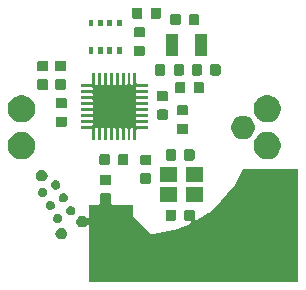
<source format=gbr>
G04 #@! TF.GenerationSoftware,KiCad,Pcbnew,5.1.0-unknown-567bdd9~82~ubuntu18.10.1*
G04 #@! TF.CreationDate,2019-04-01T09:59:20+02:00*
G04 #@! TF.ProjectId,weather,77656174-6865-4722-9e6b-696361645f70,1.2*
G04 #@! TF.SameCoordinates,Original*
G04 #@! TF.FileFunction,Soldermask,Top*
G04 #@! TF.FilePolarity,Negative*
%FSLAX46Y46*%
G04 Gerber Fmt 4.6, Leading zero omitted, Abs format (unit mm)*
G04 Created by KiCad (PCBNEW 5.1.0-unknown-567bdd9~82~ubuntu18.10.1) date 2019-04-01 09:59:20*
%MOMM*%
%LPD*%
G04 APERTURE LIST*
%ADD10C,0.100000*%
G04 APERTURE END LIST*
D10*
G36*
X125200000Y-89400000D02*
G01*
X107500000Y-89400000D01*
X107500000Y-84643820D01*
X107497598Y-84619434D01*
X107490485Y-84595985D01*
X107478934Y-84574374D01*
X107463389Y-84555432D01*
X107444447Y-84539887D01*
X107422836Y-84528336D01*
X107399387Y-84521223D01*
X107375001Y-84518821D01*
X107350615Y-84521223D01*
X107327166Y-84528336D01*
X107305555Y-84539887D01*
X107286613Y-84555432D01*
X107284613Y-84557432D01*
X107284607Y-84557441D01*
X107215618Y-84626430D01*
X107134495Y-84680635D01*
X107134494Y-84680636D01*
X107134493Y-84680636D01*
X107044356Y-84717971D01*
X106948665Y-84737005D01*
X106851099Y-84737005D01*
X106755408Y-84717971D01*
X106665271Y-84680636D01*
X106665270Y-84680636D01*
X106665269Y-84680635D01*
X106584146Y-84626430D01*
X106515157Y-84557441D01*
X106460952Y-84476318D01*
X106423616Y-84386179D01*
X106404582Y-84290488D01*
X106404582Y-84192922D01*
X106423616Y-84097231D01*
X106460952Y-84007092D01*
X106515157Y-83925969D01*
X106584146Y-83856980D01*
X106665269Y-83802775D01*
X106718166Y-83780865D01*
X106755408Y-83765439D01*
X106851099Y-83746405D01*
X106948665Y-83746405D01*
X107044356Y-83765439D01*
X107081599Y-83780865D01*
X107134495Y-83802775D01*
X107215618Y-83856980D01*
X107284607Y-83925969D01*
X107284613Y-83925978D01*
X107286613Y-83927978D01*
X107305555Y-83943523D01*
X107327166Y-83955074D01*
X107350615Y-83962187D01*
X107375001Y-83964589D01*
X107399387Y-83962187D01*
X107422836Y-83955074D01*
X107444447Y-83943523D01*
X107463389Y-83927978D01*
X107478934Y-83909036D01*
X107490485Y-83887425D01*
X107497598Y-83863976D01*
X107500000Y-83839590D01*
X107500000Y-82800000D01*
X108300992Y-82800000D01*
X108325378Y-82797598D01*
X108348827Y-82790485D01*
X108370438Y-82778934D01*
X108389380Y-82763389D01*
X108404925Y-82744447D01*
X108416476Y-82722836D01*
X108423589Y-82699387D01*
X108425991Y-82675001D01*
X108423589Y-82650615D01*
X108420608Y-82638715D01*
X108408595Y-82599116D01*
X108405000Y-82562610D01*
X108405000Y-82012390D01*
X108408595Y-81975884D01*
X108417452Y-81946689D01*
X108431837Y-81919777D01*
X108451192Y-81896192D01*
X108474777Y-81876837D01*
X108501689Y-81862452D01*
X108530884Y-81853595D01*
X108567390Y-81850000D01*
X109192610Y-81850000D01*
X109229116Y-81853595D01*
X109258311Y-81862452D01*
X109285223Y-81876837D01*
X109308808Y-81896192D01*
X109328163Y-81919777D01*
X109342548Y-81946689D01*
X109351405Y-81975884D01*
X109355000Y-82012390D01*
X109355000Y-82562610D01*
X109351405Y-82599116D01*
X109339392Y-82638715D01*
X109334611Y-82662748D01*
X109334611Y-82687252D01*
X109339391Y-82711285D01*
X109348768Y-82733924D01*
X109362382Y-82754299D01*
X109379709Y-82771626D01*
X109400083Y-82785240D01*
X109422722Y-82794617D01*
X109446755Y-82799398D01*
X109459008Y-82800000D01*
X111200000Y-82800000D01*
X111200000Y-83648223D01*
X111202402Y-83672609D01*
X111209515Y-83696058D01*
X111221066Y-83717669D01*
X111236611Y-83736611D01*
X112753287Y-85253287D01*
X112772229Y-85268832D01*
X112793840Y-85280383D01*
X112817289Y-85287496D01*
X112841675Y-85289898D01*
X112864911Y-85287719D01*
X114285173Y-85019021D01*
X114640240Y-84951847D01*
X114659342Y-84946637D01*
X114672298Y-84941973D01*
X115171097Y-84762405D01*
X115889021Y-84503952D01*
X115910058Y-84494083D01*
X116056841Y-84407740D01*
X116076642Y-84393305D01*
X116093247Y-84375285D01*
X116106018Y-84354372D01*
X116114463Y-84331369D01*
X116118258Y-84307161D01*
X116117257Y-84282677D01*
X116111499Y-84258859D01*
X116101205Y-84236622D01*
X116086770Y-84216821D01*
X116068750Y-84200216D01*
X116047837Y-84187445D01*
X116024834Y-84179000D01*
X115993464Y-84175000D01*
X115712390Y-84175000D01*
X115675884Y-84171405D01*
X115646689Y-84162548D01*
X115619777Y-84148163D01*
X115596192Y-84128808D01*
X115576837Y-84105223D01*
X115562452Y-84078311D01*
X115553595Y-84049116D01*
X115550000Y-84012610D01*
X115550000Y-83387390D01*
X115553595Y-83350884D01*
X115562452Y-83321689D01*
X115576837Y-83294777D01*
X115596192Y-83271192D01*
X115619777Y-83251837D01*
X115646689Y-83237452D01*
X115675884Y-83228595D01*
X115712390Y-83225000D01*
X116262610Y-83225000D01*
X116299116Y-83228595D01*
X116328311Y-83237452D01*
X116355223Y-83251837D01*
X116378808Y-83271192D01*
X116398163Y-83294777D01*
X116412548Y-83321689D01*
X116421405Y-83350884D01*
X116425000Y-83387390D01*
X116425000Y-83972626D01*
X116427402Y-83997012D01*
X116434515Y-84020461D01*
X116446066Y-84042072D01*
X116461611Y-84061014D01*
X116480553Y-84076559D01*
X116502164Y-84088110D01*
X116525613Y-84095223D01*
X116549999Y-84097625D01*
X116574385Y-84095223D01*
X116597834Y-84088110D01*
X116613376Y-84080367D01*
X117588859Y-83506553D01*
X117609565Y-83491304D01*
X118693943Y-82505506D01*
X118705283Y-82493756D01*
X119673077Y-81350000D01*
X119790322Y-81211438D01*
X119806701Y-81186598D01*
X120500000Y-79800000D01*
X125200000Y-79800000D01*
X125200000Y-89400000D01*
X125200000Y-89400000D01*
G37*
G36*
X105284592Y-84781439D02*
G01*
X105374731Y-84818775D01*
X105455854Y-84872980D01*
X105524843Y-84941969D01*
X105579048Y-85023092D01*
X105616384Y-85113231D01*
X105635418Y-85208922D01*
X105635418Y-85306488D01*
X105616384Y-85402179D01*
X105579048Y-85492318D01*
X105524843Y-85573441D01*
X105455854Y-85642430D01*
X105374731Y-85696635D01*
X105374730Y-85696636D01*
X105374729Y-85696636D01*
X105284592Y-85733971D01*
X105188901Y-85753005D01*
X105091335Y-85753005D01*
X104995644Y-85733971D01*
X104905507Y-85696636D01*
X104905506Y-85696636D01*
X104905505Y-85696635D01*
X104824382Y-85642430D01*
X104755393Y-85573441D01*
X104701188Y-85492318D01*
X104663852Y-85402179D01*
X104644818Y-85306488D01*
X104644818Y-85208922D01*
X104663852Y-85113231D01*
X104701188Y-85023092D01*
X104755393Y-84941969D01*
X104824382Y-84872980D01*
X104905505Y-84818775D01*
X104995644Y-84781439D01*
X105091335Y-84762405D01*
X105188901Y-84762405D01*
X105284592Y-84781439D01*
X105284592Y-84781439D01*
G37*
G36*
X104949909Y-83588781D02*
G01*
X104949911Y-83588782D01*
X104949912Y-83588782D01*
X105021561Y-83618460D01*
X105086043Y-83661545D01*
X105140881Y-83716383D01*
X105173659Y-83765439D01*
X105183966Y-83780865D01*
X105213645Y-83852517D01*
X105228774Y-83928575D01*
X105228774Y-84006129D01*
X105217857Y-84061014D01*
X105213644Y-84082190D01*
X105183966Y-84153839D01*
X105140881Y-84218321D01*
X105086043Y-84273159D01*
X105021561Y-84316244D01*
X104949912Y-84345922D01*
X104949911Y-84345922D01*
X104949909Y-84345923D01*
X104873851Y-84361052D01*
X104796297Y-84361052D01*
X104720239Y-84345923D01*
X104720237Y-84345922D01*
X104720236Y-84345922D01*
X104648587Y-84316244D01*
X104584105Y-84273159D01*
X104529267Y-84218321D01*
X104486182Y-84153839D01*
X104456504Y-84082190D01*
X104452292Y-84061014D01*
X104441374Y-84006129D01*
X104441374Y-83928575D01*
X104456503Y-83852517D01*
X104486182Y-83780865D01*
X104496489Y-83765439D01*
X104529267Y-83716383D01*
X104584105Y-83661545D01*
X104648587Y-83618460D01*
X104720236Y-83588782D01*
X104720237Y-83588782D01*
X104720239Y-83588781D01*
X104796297Y-83573652D01*
X104873851Y-83573652D01*
X104949909Y-83588781D01*
X104949909Y-83588781D01*
G37*
G36*
X114724116Y-83228595D02*
G01*
X114753311Y-83237452D01*
X114780223Y-83251837D01*
X114803808Y-83271192D01*
X114823163Y-83294777D01*
X114837548Y-83321689D01*
X114846405Y-83350884D01*
X114850000Y-83387390D01*
X114850000Y-84012610D01*
X114846405Y-84049116D01*
X114837548Y-84078311D01*
X114823163Y-84105223D01*
X114803808Y-84128808D01*
X114780223Y-84148163D01*
X114753311Y-84162548D01*
X114724116Y-84171405D01*
X114687610Y-84175000D01*
X114137390Y-84175000D01*
X114100884Y-84171405D01*
X114071689Y-84162548D01*
X114044777Y-84148163D01*
X114021192Y-84128808D01*
X114001837Y-84105223D01*
X113987452Y-84078311D01*
X113978595Y-84049116D01*
X113975000Y-84012610D01*
X113975000Y-83387390D01*
X113978595Y-83350884D01*
X113987452Y-83321689D01*
X114001837Y-83294777D01*
X114021192Y-83271192D01*
X114044777Y-83251837D01*
X114071689Y-83237452D01*
X114100884Y-83228595D01*
X114137390Y-83225000D01*
X114687610Y-83225000D01*
X114724116Y-83228595D01*
X114724116Y-83228595D01*
G37*
G36*
X106049761Y-82953781D02*
G01*
X106049763Y-82953782D01*
X106049764Y-82953782D01*
X106121413Y-82983460D01*
X106185895Y-83026545D01*
X106240733Y-83081383D01*
X106265512Y-83118468D01*
X106283818Y-83145865D01*
X106313497Y-83217517D01*
X106328626Y-83293575D01*
X106328626Y-83371129D01*
X106314181Y-83443750D01*
X106313496Y-83447190D01*
X106283818Y-83518839D01*
X106240733Y-83583321D01*
X106185895Y-83638159D01*
X106121413Y-83681244D01*
X106049764Y-83710922D01*
X106049763Y-83710922D01*
X106049761Y-83710923D01*
X105973703Y-83726052D01*
X105896149Y-83726052D01*
X105820091Y-83710923D01*
X105820089Y-83710922D01*
X105820088Y-83710922D01*
X105748439Y-83681244D01*
X105683957Y-83638159D01*
X105629119Y-83583321D01*
X105586034Y-83518839D01*
X105556356Y-83447190D01*
X105555672Y-83443750D01*
X105541226Y-83371129D01*
X105541226Y-83293575D01*
X105556355Y-83217517D01*
X105586034Y-83145865D01*
X105604340Y-83118468D01*
X105629119Y-83081383D01*
X105683957Y-83026545D01*
X105748439Y-82983460D01*
X105820088Y-82953782D01*
X105820089Y-82953782D01*
X105820091Y-82953781D01*
X105896149Y-82938652D01*
X105973703Y-82938652D01*
X106049761Y-82953781D01*
X106049761Y-82953781D01*
G37*
G36*
X104314909Y-82488929D02*
G01*
X104314911Y-82488930D01*
X104314912Y-82488930D01*
X104386561Y-82518608D01*
X104451043Y-82561693D01*
X104505881Y-82616531D01*
X104528655Y-82650615D01*
X104548966Y-82681013D01*
X104578645Y-82752665D01*
X104593774Y-82828723D01*
X104593774Y-82906277D01*
X104584325Y-82953782D01*
X104578644Y-82982338D01*
X104548966Y-83053987D01*
X104505881Y-83118469D01*
X104451043Y-83173307D01*
X104386561Y-83216392D01*
X104314912Y-83246070D01*
X104314911Y-83246070D01*
X104314909Y-83246071D01*
X104238851Y-83261200D01*
X104161297Y-83261200D01*
X104085239Y-83246071D01*
X104085237Y-83246070D01*
X104085236Y-83246070D01*
X104013587Y-83216392D01*
X103949105Y-83173307D01*
X103894267Y-83118469D01*
X103851182Y-83053987D01*
X103821504Y-82982338D01*
X103815824Y-82953782D01*
X103806374Y-82906277D01*
X103806374Y-82828723D01*
X103821503Y-82752665D01*
X103851182Y-82681013D01*
X103871493Y-82650615D01*
X103894267Y-82616531D01*
X103949105Y-82561693D01*
X104013587Y-82518608D01*
X104085236Y-82488930D01*
X104085237Y-82488930D01*
X104085239Y-82488929D01*
X104161297Y-82473800D01*
X104238851Y-82473800D01*
X104314909Y-82488929D01*
X104314909Y-82488929D01*
G37*
G36*
X105414761Y-81853929D02*
G01*
X105414763Y-81853930D01*
X105414764Y-81853930D01*
X105486413Y-81883608D01*
X105550895Y-81926693D01*
X105605733Y-81981531D01*
X105608076Y-81985038D01*
X105648818Y-82046013D01*
X105678497Y-82117665D01*
X105687186Y-82161348D01*
X105693626Y-82193724D01*
X105693626Y-82271276D01*
X105678496Y-82347338D01*
X105648818Y-82418987D01*
X105605733Y-82483469D01*
X105550895Y-82538307D01*
X105486413Y-82581392D01*
X105414764Y-82611070D01*
X105414763Y-82611070D01*
X105414761Y-82611071D01*
X105338703Y-82626200D01*
X105261149Y-82626200D01*
X105185091Y-82611071D01*
X105185089Y-82611070D01*
X105185088Y-82611070D01*
X105113439Y-82581392D01*
X105048957Y-82538307D01*
X104994119Y-82483469D01*
X104951034Y-82418987D01*
X104921356Y-82347338D01*
X104906226Y-82271276D01*
X104906226Y-82193724D01*
X104912666Y-82161348D01*
X104921355Y-82117665D01*
X104951034Y-82046013D01*
X104991776Y-81985038D01*
X104994119Y-81981531D01*
X105048957Y-81926693D01*
X105113439Y-81883608D01*
X105185088Y-81853930D01*
X105185089Y-81853930D01*
X105185091Y-81853929D01*
X105261149Y-81838800D01*
X105338703Y-81838800D01*
X105414761Y-81853929D01*
X105414761Y-81853929D01*
G37*
G36*
X117100000Y-82550000D02*
G01*
X115700000Y-82550000D01*
X115700000Y-81350000D01*
X117100000Y-81350000D01*
X117100000Y-82550000D01*
X117100000Y-82550000D01*
G37*
G36*
X114900000Y-82550000D02*
G01*
X113500000Y-82550000D01*
X113500000Y-81350000D01*
X114900000Y-81350000D01*
X114900000Y-82550000D01*
X114900000Y-82550000D01*
G37*
G36*
X103679909Y-81389077D02*
G01*
X103679911Y-81389078D01*
X103679912Y-81389078D01*
X103751561Y-81418756D01*
X103816043Y-81461841D01*
X103870881Y-81516679D01*
X103913966Y-81581161D01*
X103943645Y-81652813D01*
X103958774Y-81728871D01*
X103958774Y-81806425D01*
X103949325Y-81853930D01*
X103943644Y-81882486D01*
X103913966Y-81954135D01*
X103870881Y-82018617D01*
X103816043Y-82073455D01*
X103751561Y-82116540D01*
X103679912Y-82146218D01*
X103679911Y-82146218D01*
X103679909Y-82146219D01*
X103603851Y-82161348D01*
X103526297Y-82161348D01*
X103450239Y-82146219D01*
X103450237Y-82146218D01*
X103450236Y-82146218D01*
X103378587Y-82116540D01*
X103314105Y-82073455D01*
X103259267Y-82018617D01*
X103216182Y-81954135D01*
X103186504Y-81882486D01*
X103180824Y-81853930D01*
X103171374Y-81806425D01*
X103171374Y-81728871D01*
X103186503Y-81652813D01*
X103216182Y-81581161D01*
X103259267Y-81516679D01*
X103314105Y-81461841D01*
X103378587Y-81418756D01*
X103450236Y-81389078D01*
X103450237Y-81389078D01*
X103450239Y-81389077D01*
X103526297Y-81373948D01*
X103603851Y-81373948D01*
X103679909Y-81389077D01*
X103679909Y-81389077D01*
G37*
G36*
X104779761Y-80754077D02*
G01*
X104779763Y-80754078D01*
X104779764Y-80754078D01*
X104851413Y-80783756D01*
X104915895Y-80826841D01*
X104970733Y-80881679D01*
X105013818Y-80946161D01*
X105019936Y-80960930D01*
X105043497Y-81017813D01*
X105058626Y-81093871D01*
X105058626Y-81171425D01*
X105050667Y-81211439D01*
X105043496Y-81247486D01*
X105013818Y-81319135D01*
X104970733Y-81383617D01*
X104915895Y-81438455D01*
X104851413Y-81481540D01*
X104779764Y-81511218D01*
X104779763Y-81511218D01*
X104779761Y-81511219D01*
X104703703Y-81526348D01*
X104626149Y-81526348D01*
X104550091Y-81511219D01*
X104550089Y-81511218D01*
X104550088Y-81511218D01*
X104478439Y-81481540D01*
X104413957Y-81438455D01*
X104359119Y-81383617D01*
X104316034Y-81319135D01*
X104286356Y-81247486D01*
X104279186Y-81211439D01*
X104271226Y-81171425D01*
X104271226Y-81093871D01*
X104286355Y-81017813D01*
X104309917Y-80960930D01*
X104316034Y-80946161D01*
X104359119Y-80881679D01*
X104413957Y-80826841D01*
X104478439Y-80783756D01*
X104550088Y-80754078D01*
X104550089Y-80754078D01*
X104550091Y-80754077D01*
X104626149Y-80738948D01*
X104703703Y-80738948D01*
X104779761Y-80754077D01*
X104779761Y-80754077D01*
G37*
G36*
X109229116Y-80278595D02*
G01*
X109258311Y-80287452D01*
X109285223Y-80301837D01*
X109308808Y-80321192D01*
X109328163Y-80344777D01*
X109342548Y-80371689D01*
X109351405Y-80400884D01*
X109355000Y-80437390D01*
X109355000Y-80987610D01*
X109351405Y-81024116D01*
X109342548Y-81053311D01*
X109328163Y-81080223D01*
X109308808Y-81103808D01*
X109285223Y-81123163D01*
X109258311Y-81137548D01*
X109229116Y-81146405D01*
X109192610Y-81150000D01*
X108567390Y-81150000D01*
X108530884Y-81146405D01*
X108501689Y-81137548D01*
X108474777Y-81123163D01*
X108451192Y-81103808D01*
X108431837Y-81080223D01*
X108417452Y-81053311D01*
X108408595Y-81024116D01*
X108405000Y-80987610D01*
X108405000Y-80437390D01*
X108408595Y-80400884D01*
X108417452Y-80371689D01*
X108431837Y-80344777D01*
X108451192Y-80321192D01*
X108474777Y-80301837D01*
X108501689Y-80287452D01*
X108530884Y-80278595D01*
X108567390Y-80275000D01*
X109192610Y-80275000D01*
X109229116Y-80278595D01*
X109229116Y-80278595D01*
G37*
G36*
X112649116Y-80153595D02*
G01*
X112678311Y-80162452D01*
X112705223Y-80176837D01*
X112728808Y-80196192D01*
X112748163Y-80219777D01*
X112762548Y-80246689D01*
X112771405Y-80275884D01*
X112775000Y-80312390D01*
X112775000Y-80862610D01*
X112771405Y-80899116D01*
X112762548Y-80928311D01*
X112748163Y-80955223D01*
X112728808Y-80978808D01*
X112705223Y-80998163D01*
X112678311Y-81012548D01*
X112649116Y-81021405D01*
X112612610Y-81025000D01*
X111987390Y-81025000D01*
X111950884Y-81021405D01*
X111921689Y-81012548D01*
X111894777Y-80998163D01*
X111871192Y-80978808D01*
X111851837Y-80955223D01*
X111837452Y-80928311D01*
X111828595Y-80899116D01*
X111825000Y-80862610D01*
X111825000Y-80312390D01*
X111828595Y-80275884D01*
X111837452Y-80246689D01*
X111851837Y-80219777D01*
X111871192Y-80196192D01*
X111894777Y-80176837D01*
X111921689Y-80162452D01*
X111950884Y-80153595D01*
X111987390Y-80150000D01*
X112612610Y-80150000D01*
X112649116Y-80153595D01*
X112649116Y-80153595D01*
G37*
G36*
X114900000Y-80850000D02*
G01*
X113500000Y-80850000D01*
X113500000Y-79650000D01*
X114900000Y-79650000D01*
X114900000Y-80850000D01*
X114900000Y-80850000D01*
G37*
G36*
X117100000Y-80850000D02*
G01*
X115700000Y-80850000D01*
X115700000Y-79650000D01*
X117100000Y-79650000D01*
X117100000Y-80850000D01*
X117100000Y-80850000D01*
G37*
G36*
X103624474Y-79874029D02*
G01*
X103714613Y-79911365D01*
X103795736Y-79965570D01*
X103864725Y-80034559D01*
X103918930Y-80115682D01*
X103956266Y-80205821D01*
X103975300Y-80301512D01*
X103975300Y-80399078D01*
X103956266Y-80494769D01*
X103918930Y-80584908D01*
X103864725Y-80666031D01*
X103795736Y-80735020D01*
X103714613Y-80789225D01*
X103624474Y-80826561D01*
X103528783Y-80845595D01*
X103431217Y-80845595D01*
X103335526Y-80826561D01*
X103245387Y-80789225D01*
X103164264Y-80735020D01*
X103095275Y-80666031D01*
X103041070Y-80584908D01*
X103003734Y-80494769D01*
X102984700Y-80399078D01*
X102984700Y-80301512D01*
X103003734Y-80205821D01*
X103041070Y-80115682D01*
X103095275Y-80034559D01*
X103164264Y-79965570D01*
X103245387Y-79911365D01*
X103335526Y-79874029D01*
X103431217Y-79854995D01*
X103528783Y-79854995D01*
X103624474Y-79874029D01*
X103624474Y-79874029D01*
G37*
G36*
X109124116Y-78528595D02*
G01*
X109153311Y-78537452D01*
X109180223Y-78551837D01*
X109203808Y-78571192D01*
X109223163Y-78594777D01*
X109237548Y-78621689D01*
X109246405Y-78650884D01*
X109250000Y-78687390D01*
X109250000Y-79312610D01*
X109246405Y-79349116D01*
X109237548Y-79378311D01*
X109223163Y-79405223D01*
X109203808Y-79428808D01*
X109180223Y-79448163D01*
X109153311Y-79462548D01*
X109124116Y-79471405D01*
X109087610Y-79475000D01*
X108537390Y-79475000D01*
X108500884Y-79471405D01*
X108471689Y-79462548D01*
X108444777Y-79448163D01*
X108421192Y-79428808D01*
X108401837Y-79405223D01*
X108387452Y-79378311D01*
X108378595Y-79349116D01*
X108375000Y-79312610D01*
X108375000Y-78687390D01*
X108378595Y-78650884D01*
X108387452Y-78621689D01*
X108401837Y-78594777D01*
X108421192Y-78571192D01*
X108444777Y-78551837D01*
X108471689Y-78537452D01*
X108500884Y-78528595D01*
X108537390Y-78525000D01*
X109087610Y-78525000D01*
X109124116Y-78528595D01*
X109124116Y-78528595D01*
G37*
G36*
X110699116Y-78528595D02*
G01*
X110728311Y-78537452D01*
X110755223Y-78551837D01*
X110778808Y-78571192D01*
X110798163Y-78594777D01*
X110812548Y-78621689D01*
X110821405Y-78650884D01*
X110825000Y-78687390D01*
X110825000Y-79312610D01*
X110821405Y-79349116D01*
X110812548Y-79378311D01*
X110798163Y-79405223D01*
X110778808Y-79428808D01*
X110755223Y-79448163D01*
X110728311Y-79462548D01*
X110699116Y-79471405D01*
X110662610Y-79475000D01*
X110112390Y-79475000D01*
X110075884Y-79471405D01*
X110046689Y-79462548D01*
X110019777Y-79448163D01*
X109996192Y-79428808D01*
X109976837Y-79405223D01*
X109962452Y-79378311D01*
X109953595Y-79349116D01*
X109950000Y-79312610D01*
X109950000Y-78687390D01*
X109953595Y-78650884D01*
X109962452Y-78621689D01*
X109976837Y-78594777D01*
X109996192Y-78571192D01*
X110019777Y-78551837D01*
X110046689Y-78537452D01*
X110075884Y-78528595D01*
X110112390Y-78525000D01*
X110662610Y-78525000D01*
X110699116Y-78528595D01*
X110699116Y-78528595D01*
G37*
G36*
X112649116Y-78578595D02*
G01*
X112678311Y-78587452D01*
X112705223Y-78601837D01*
X112728808Y-78621192D01*
X112748163Y-78644777D01*
X112762548Y-78671689D01*
X112771405Y-78700884D01*
X112775000Y-78737390D01*
X112775000Y-79287610D01*
X112771405Y-79324116D01*
X112762548Y-79353311D01*
X112748163Y-79380223D01*
X112728808Y-79403808D01*
X112705223Y-79423163D01*
X112678311Y-79437548D01*
X112649116Y-79446405D01*
X112612610Y-79450000D01*
X111987390Y-79450000D01*
X111950884Y-79446405D01*
X111921689Y-79437548D01*
X111894777Y-79423163D01*
X111871192Y-79403808D01*
X111851837Y-79380223D01*
X111837452Y-79353311D01*
X111828595Y-79324116D01*
X111825000Y-79287610D01*
X111825000Y-78737390D01*
X111828595Y-78700884D01*
X111837452Y-78671689D01*
X111851837Y-78644777D01*
X111871192Y-78621192D01*
X111894777Y-78601837D01*
X111921689Y-78587452D01*
X111950884Y-78578595D01*
X111987390Y-78575000D01*
X112612610Y-78575000D01*
X112649116Y-78578595D01*
X112649116Y-78578595D01*
G37*
G36*
X114724116Y-78128595D02*
G01*
X114753311Y-78137452D01*
X114780223Y-78151837D01*
X114803808Y-78171192D01*
X114823163Y-78194777D01*
X114837548Y-78221689D01*
X114846405Y-78250884D01*
X114850000Y-78287390D01*
X114850000Y-78912610D01*
X114846405Y-78949116D01*
X114837548Y-78978311D01*
X114823163Y-79005223D01*
X114803808Y-79028808D01*
X114780223Y-79048163D01*
X114753311Y-79062548D01*
X114724116Y-79071405D01*
X114687610Y-79075000D01*
X114137390Y-79075000D01*
X114100884Y-79071405D01*
X114071689Y-79062548D01*
X114044777Y-79048163D01*
X114021192Y-79028808D01*
X114001837Y-79005223D01*
X113987452Y-78978311D01*
X113978595Y-78949116D01*
X113975000Y-78912610D01*
X113975000Y-78287390D01*
X113978595Y-78250884D01*
X113987452Y-78221689D01*
X114001837Y-78194777D01*
X114021192Y-78171192D01*
X114044777Y-78151837D01*
X114071689Y-78137452D01*
X114100884Y-78128595D01*
X114137390Y-78125000D01*
X114687610Y-78125000D01*
X114724116Y-78128595D01*
X114724116Y-78128595D01*
G37*
G36*
X116299116Y-78128595D02*
G01*
X116328311Y-78137452D01*
X116355223Y-78151837D01*
X116378808Y-78171192D01*
X116398163Y-78194777D01*
X116412548Y-78221689D01*
X116421405Y-78250884D01*
X116425000Y-78287390D01*
X116425000Y-78912610D01*
X116421405Y-78949116D01*
X116412548Y-78978311D01*
X116398163Y-79005223D01*
X116378808Y-79028808D01*
X116355223Y-79048163D01*
X116328311Y-79062548D01*
X116299116Y-79071405D01*
X116262610Y-79075000D01*
X115712390Y-79075000D01*
X115675884Y-79071405D01*
X115646689Y-79062548D01*
X115619777Y-79048163D01*
X115596192Y-79028808D01*
X115576837Y-79005223D01*
X115562452Y-78978311D01*
X115553595Y-78949116D01*
X115550000Y-78912610D01*
X115550000Y-78287390D01*
X115553595Y-78250884D01*
X115562452Y-78221689D01*
X115576837Y-78194777D01*
X115596192Y-78171192D01*
X115619777Y-78151837D01*
X115646689Y-78137452D01*
X115675884Y-78128595D01*
X115712390Y-78125000D01*
X116262610Y-78125000D01*
X116299116Y-78128595D01*
X116299116Y-78128595D01*
G37*
G36*
X101946660Y-76662610D02*
G01*
X102105443Y-76694194D01*
X102266556Y-76760930D01*
X102309718Y-76778808D01*
X102314729Y-76780884D01*
X102503082Y-76906737D01*
X102663263Y-77066918D01*
X102789116Y-77255271D01*
X102875806Y-77464557D01*
X102920000Y-77686735D01*
X102920000Y-77913265D01*
X102875806Y-78135443D01*
X102789116Y-78344729D01*
X102663263Y-78533082D01*
X102503082Y-78693263D01*
X102314729Y-78819116D01*
X102105443Y-78905806D01*
X101957324Y-78935269D01*
X101883266Y-78950000D01*
X101656734Y-78950000D01*
X101582676Y-78935269D01*
X101434557Y-78905806D01*
X101225271Y-78819116D01*
X101036918Y-78693263D01*
X100876737Y-78533082D01*
X100750884Y-78344729D01*
X100664194Y-78135443D01*
X100620000Y-77913265D01*
X100620000Y-77686735D01*
X100664194Y-77464557D01*
X100750884Y-77255271D01*
X100876737Y-77066918D01*
X101036918Y-76906737D01*
X101225271Y-76780884D01*
X101230283Y-76778808D01*
X101273444Y-76760930D01*
X101434557Y-76694194D01*
X101593340Y-76662610D01*
X101656734Y-76650000D01*
X101883266Y-76650000D01*
X101946660Y-76662610D01*
X101946660Y-76662610D01*
G37*
G36*
X122746660Y-76662610D02*
G01*
X122905443Y-76694194D01*
X123066556Y-76760930D01*
X123109718Y-76778808D01*
X123114729Y-76780884D01*
X123303082Y-76906737D01*
X123463263Y-77066918D01*
X123589116Y-77255271D01*
X123675806Y-77464557D01*
X123720000Y-77686735D01*
X123720000Y-77913265D01*
X123675806Y-78135443D01*
X123589116Y-78344729D01*
X123463263Y-78533082D01*
X123303082Y-78693263D01*
X123114729Y-78819116D01*
X122905443Y-78905806D01*
X122757324Y-78935269D01*
X122683266Y-78950000D01*
X122456734Y-78950000D01*
X122382676Y-78935269D01*
X122234557Y-78905806D01*
X122025271Y-78819116D01*
X121836918Y-78693263D01*
X121676737Y-78533082D01*
X121550884Y-78344729D01*
X121464194Y-78135443D01*
X121420000Y-77913265D01*
X121420000Y-77686735D01*
X121464194Y-77464557D01*
X121550884Y-77255271D01*
X121676737Y-77066918D01*
X121836918Y-76906737D01*
X122025271Y-76780884D01*
X122030283Y-76778808D01*
X122073444Y-76760930D01*
X122234557Y-76694194D01*
X122393340Y-76662610D01*
X122456734Y-76650000D01*
X122683266Y-76650000D01*
X122746660Y-76662610D01*
X122746660Y-76662610D01*
G37*
G36*
X108000000Y-72575001D02*
G01*
X108002402Y-72599387D01*
X108009515Y-72622836D01*
X108021066Y-72644447D01*
X108036611Y-72663389D01*
X108055553Y-72678934D01*
X108077164Y-72690485D01*
X108100613Y-72697598D01*
X108124999Y-72700000D01*
X108125001Y-72700000D01*
X108149387Y-72697598D01*
X108172836Y-72690485D01*
X108194447Y-72678934D01*
X108213389Y-72663389D01*
X108228934Y-72644447D01*
X108240485Y-72622836D01*
X108247598Y-72599387D01*
X108250000Y-72575001D01*
X108250000Y-71650000D01*
X108500000Y-71650000D01*
X108500000Y-72575001D01*
X108502402Y-72599387D01*
X108509515Y-72622836D01*
X108521066Y-72644447D01*
X108536611Y-72663389D01*
X108555553Y-72678934D01*
X108577164Y-72690485D01*
X108600613Y-72697598D01*
X108624999Y-72700000D01*
X108625001Y-72700000D01*
X108649387Y-72697598D01*
X108672836Y-72690485D01*
X108694447Y-72678934D01*
X108713389Y-72663389D01*
X108728934Y-72644447D01*
X108740485Y-72622836D01*
X108747598Y-72599387D01*
X108750000Y-72575001D01*
X108750000Y-71650000D01*
X109000000Y-71650000D01*
X109000000Y-72575001D01*
X109002402Y-72599387D01*
X109009515Y-72622836D01*
X109021066Y-72644447D01*
X109036611Y-72663389D01*
X109055553Y-72678934D01*
X109077164Y-72690485D01*
X109100613Y-72697598D01*
X109124999Y-72700000D01*
X109125001Y-72700000D01*
X109149387Y-72697598D01*
X109172836Y-72690485D01*
X109194447Y-72678934D01*
X109213389Y-72663389D01*
X109228934Y-72644447D01*
X109240485Y-72622836D01*
X109247598Y-72599387D01*
X109250000Y-72575001D01*
X109250000Y-71650000D01*
X109500000Y-71650000D01*
X109500000Y-72575001D01*
X109502402Y-72599387D01*
X109509515Y-72622836D01*
X109521066Y-72644447D01*
X109536611Y-72663389D01*
X109555553Y-72678934D01*
X109577164Y-72690485D01*
X109600613Y-72697598D01*
X109624999Y-72700000D01*
X109625001Y-72700000D01*
X109649387Y-72697598D01*
X109672836Y-72690485D01*
X109694447Y-72678934D01*
X109713389Y-72663389D01*
X109728934Y-72644447D01*
X109740485Y-72622836D01*
X109747598Y-72599387D01*
X109750000Y-72575001D01*
X109750000Y-71650000D01*
X110000000Y-71650000D01*
X110000000Y-72575001D01*
X110002402Y-72599387D01*
X110009515Y-72622836D01*
X110021066Y-72644447D01*
X110036611Y-72663389D01*
X110055553Y-72678934D01*
X110077164Y-72690485D01*
X110100613Y-72697598D01*
X110124999Y-72700000D01*
X110125001Y-72700000D01*
X110149387Y-72697598D01*
X110172836Y-72690485D01*
X110194447Y-72678934D01*
X110213389Y-72663389D01*
X110228934Y-72644447D01*
X110240485Y-72622836D01*
X110247598Y-72599387D01*
X110250000Y-72575001D01*
X110250000Y-71650000D01*
X110500000Y-71650000D01*
X110500000Y-72575001D01*
X110502402Y-72599387D01*
X110509515Y-72622836D01*
X110521066Y-72644447D01*
X110536611Y-72663389D01*
X110555553Y-72678934D01*
X110577164Y-72690485D01*
X110600613Y-72697598D01*
X110624999Y-72700000D01*
X110625001Y-72700000D01*
X110649387Y-72697598D01*
X110672836Y-72690485D01*
X110694447Y-72678934D01*
X110713389Y-72663389D01*
X110728934Y-72644447D01*
X110740485Y-72622836D01*
X110747598Y-72599387D01*
X110750000Y-72575001D01*
X110750000Y-71650000D01*
X111000000Y-71650000D01*
X111000000Y-72575001D01*
X111002402Y-72599387D01*
X111009515Y-72622836D01*
X111021066Y-72644447D01*
X111036611Y-72663389D01*
X111055553Y-72678934D01*
X111077164Y-72690485D01*
X111100613Y-72697598D01*
X111124999Y-72700000D01*
X111125001Y-72700000D01*
X111149387Y-72697598D01*
X111172836Y-72690485D01*
X111194447Y-72678934D01*
X111213389Y-72663389D01*
X111228934Y-72644447D01*
X111240485Y-72622836D01*
X111247598Y-72599387D01*
X111250000Y-72575001D01*
X111250000Y-71650000D01*
X111500000Y-71650000D01*
X111500000Y-72500001D01*
X111502402Y-72524387D01*
X111509515Y-72547836D01*
X111521066Y-72569447D01*
X111536611Y-72588389D01*
X111555553Y-72603934D01*
X111577164Y-72615485D01*
X111600613Y-72622598D01*
X111624999Y-72625000D01*
X112475000Y-72625000D01*
X112475000Y-72875000D01*
X111549999Y-72875000D01*
X111525613Y-72877402D01*
X111502164Y-72884515D01*
X111480553Y-72896066D01*
X111461611Y-72911611D01*
X111446066Y-72930553D01*
X111434515Y-72952164D01*
X111427402Y-72975613D01*
X111425000Y-72999999D01*
X111425000Y-73000001D01*
X111427402Y-73024387D01*
X111434515Y-73047836D01*
X111446066Y-73069447D01*
X111461611Y-73088389D01*
X111480553Y-73103934D01*
X111502164Y-73115485D01*
X111525613Y-73122598D01*
X111549999Y-73125000D01*
X112475000Y-73125000D01*
X112475000Y-73375000D01*
X111549999Y-73375000D01*
X111525613Y-73377402D01*
X111502164Y-73384515D01*
X111480553Y-73396066D01*
X111461611Y-73411611D01*
X111446066Y-73430553D01*
X111434515Y-73452164D01*
X111427402Y-73475613D01*
X111425000Y-73499999D01*
X111425000Y-73500001D01*
X111427402Y-73524387D01*
X111434515Y-73547836D01*
X111446066Y-73569447D01*
X111461611Y-73588389D01*
X111480553Y-73603934D01*
X111502164Y-73615485D01*
X111525613Y-73622598D01*
X111549999Y-73625000D01*
X112475000Y-73625000D01*
X112475000Y-73875000D01*
X111549999Y-73875000D01*
X111525613Y-73877402D01*
X111502164Y-73884515D01*
X111480553Y-73896066D01*
X111461611Y-73911611D01*
X111446066Y-73930553D01*
X111434515Y-73952164D01*
X111427402Y-73975613D01*
X111425000Y-73999999D01*
X111425000Y-74000001D01*
X111427402Y-74024387D01*
X111434515Y-74047836D01*
X111446066Y-74069447D01*
X111461611Y-74088389D01*
X111480553Y-74103934D01*
X111502164Y-74115485D01*
X111525613Y-74122598D01*
X111549999Y-74125000D01*
X112475000Y-74125000D01*
X112475000Y-74375000D01*
X111549999Y-74375000D01*
X111525613Y-74377402D01*
X111502164Y-74384515D01*
X111480553Y-74396066D01*
X111461611Y-74411611D01*
X111446066Y-74430553D01*
X111434515Y-74452164D01*
X111427402Y-74475613D01*
X111425000Y-74499999D01*
X111425000Y-74500001D01*
X111427402Y-74524387D01*
X111434515Y-74547836D01*
X111446066Y-74569447D01*
X111461611Y-74588389D01*
X111480553Y-74603934D01*
X111502164Y-74615485D01*
X111525613Y-74622598D01*
X111549999Y-74625000D01*
X112475000Y-74625000D01*
X112475000Y-74875000D01*
X111549999Y-74875000D01*
X111525613Y-74877402D01*
X111502164Y-74884515D01*
X111480553Y-74896066D01*
X111461611Y-74911611D01*
X111446066Y-74930553D01*
X111434515Y-74952164D01*
X111427402Y-74975613D01*
X111425000Y-74999999D01*
X111425000Y-75000001D01*
X111427402Y-75024387D01*
X111434515Y-75047836D01*
X111446066Y-75069447D01*
X111461611Y-75088389D01*
X111480553Y-75103934D01*
X111502164Y-75115485D01*
X111525613Y-75122598D01*
X111549999Y-75125000D01*
X112475000Y-75125000D01*
X112475000Y-75375000D01*
X111549999Y-75375000D01*
X111525613Y-75377402D01*
X111502164Y-75384515D01*
X111480553Y-75396066D01*
X111461611Y-75411611D01*
X111446066Y-75430553D01*
X111434515Y-75452164D01*
X111427402Y-75475613D01*
X111425000Y-75499999D01*
X111425000Y-75500001D01*
X111427402Y-75524387D01*
X111434515Y-75547836D01*
X111446066Y-75569447D01*
X111461611Y-75588389D01*
X111480553Y-75603934D01*
X111502164Y-75615485D01*
X111525613Y-75622598D01*
X111549999Y-75625000D01*
X112475000Y-75625000D01*
X112475000Y-75875000D01*
X111549999Y-75875000D01*
X111525613Y-75877402D01*
X111502164Y-75884515D01*
X111480553Y-75896066D01*
X111461611Y-75911611D01*
X111446066Y-75930553D01*
X111434515Y-75952164D01*
X111427402Y-75975613D01*
X111425000Y-75999999D01*
X111425000Y-76000001D01*
X111427402Y-76024387D01*
X111434515Y-76047836D01*
X111446066Y-76069447D01*
X111461611Y-76088389D01*
X111480553Y-76103934D01*
X111502164Y-76115485D01*
X111525613Y-76122598D01*
X111549999Y-76125000D01*
X112475000Y-76125000D01*
X112475000Y-76375000D01*
X111624999Y-76375000D01*
X111600613Y-76377402D01*
X111577164Y-76384515D01*
X111555553Y-76396066D01*
X111536611Y-76411611D01*
X111521066Y-76430553D01*
X111509515Y-76452164D01*
X111502402Y-76475613D01*
X111500000Y-76499999D01*
X111500000Y-77350000D01*
X111250000Y-77350000D01*
X111250000Y-76424999D01*
X111247598Y-76400613D01*
X111240485Y-76377164D01*
X111228934Y-76355553D01*
X111213389Y-76336611D01*
X111194447Y-76321066D01*
X111172836Y-76309515D01*
X111149387Y-76302402D01*
X111125001Y-76300000D01*
X111124999Y-76300000D01*
X111100613Y-76302402D01*
X111077164Y-76309515D01*
X111055553Y-76321066D01*
X111036611Y-76336611D01*
X111021066Y-76355553D01*
X111009515Y-76377164D01*
X111002402Y-76400613D01*
X111000000Y-76424999D01*
X111000000Y-77350000D01*
X110750000Y-77350000D01*
X110750000Y-76424999D01*
X110747598Y-76400613D01*
X110740485Y-76377164D01*
X110728934Y-76355553D01*
X110713389Y-76336611D01*
X110694447Y-76321066D01*
X110672836Y-76309515D01*
X110649387Y-76302402D01*
X110625001Y-76300000D01*
X110624999Y-76300000D01*
X110600613Y-76302402D01*
X110577164Y-76309515D01*
X110555553Y-76321066D01*
X110536611Y-76336611D01*
X110521066Y-76355553D01*
X110509515Y-76377164D01*
X110502402Y-76400613D01*
X110500000Y-76424999D01*
X110500000Y-77350000D01*
X110250000Y-77350000D01*
X110250000Y-76424999D01*
X110247598Y-76400613D01*
X110240485Y-76377164D01*
X110228934Y-76355553D01*
X110213389Y-76336611D01*
X110194447Y-76321066D01*
X110172836Y-76309515D01*
X110149387Y-76302402D01*
X110125001Y-76300000D01*
X110124999Y-76300000D01*
X110100613Y-76302402D01*
X110077164Y-76309515D01*
X110055553Y-76321066D01*
X110036611Y-76336611D01*
X110021066Y-76355553D01*
X110009515Y-76377164D01*
X110002402Y-76400613D01*
X110000000Y-76424999D01*
X110000000Y-77350000D01*
X109750000Y-77350000D01*
X109750000Y-76424999D01*
X109747598Y-76400613D01*
X109740485Y-76377164D01*
X109728934Y-76355553D01*
X109713389Y-76336611D01*
X109694447Y-76321066D01*
X109672836Y-76309515D01*
X109649387Y-76302402D01*
X109625001Y-76300000D01*
X109624999Y-76300000D01*
X109600613Y-76302402D01*
X109577164Y-76309515D01*
X109555553Y-76321066D01*
X109536611Y-76336611D01*
X109521066Y-76355553D01*
X109509515Y-76377164D01*
X109502402Y-76400613D01*
X109500000Y-76424999D01*
X109500000Y-77350000D01*
X109250000Y-77350000D01*
X109250000Y-76424999D01*
X109247598Y-76400613D01*
X109240485Y-76377164D01*
X109228934Y-76355553D01*
X109213389Y-76336611D01*
X109194447Y-76321066D01*
X109172836Y-76309515D01*
X109149387Y-76302402D01*
X109125001Y-76300000D01*
X109124999Y-76300000D01*
X109100613Y-76302402D01*
X109077164Y-76309515D01*
X109055553Y-76321066D01*
X109036611Y-76336611D01*
X109021066Y-76355553D01*
X109009515Y-76377164D01*
X109002402Y-76400613D01*
X109000000Y-76424999D01*
X109000000Y-77350000D01*
X108750000Y-77350000D01*
X108750000Y-76424999D01*
X108747598Y-76400613D01*
X108740485Y-76377164D01*
X108728934Y-76355553D01*
X108713389Y-76336611D01*
X108694447Y-76321066D01*
X108672836Y-76309515D01*
X108649387Y-76302402D01*
X108625001Y-76300000D01*
X108624999Y-76300000D01*
X108600613Y-76302402D01*
X108577164Y-76309515D01*
X108555553Y-76321066D01*
X108536611Y-76336611D01*
X108521066Y-76355553D01*
X108509515Y-76377164D01*
X108502402Y-76400613D01*
X108500000Y-76424999D01*
X108500000Y-77350000D01*
X108250000Y-77350000D01*
X108250000Y-76424999D01*
X108247598Y-76400613D01*
X108240485Y-76377164D01*
X108228934Y-76355553D01*
X108213389Y-76336611D01*
X108194447Y-76321066D01*
X108172836Y-76309515D01*
X108149387Y-76302402D01*
X108125001Y-76300000D01*
X108124999Y-76300000D01*
X108100613Y-76302402D01*
X108077164Y-76309515D01*
X108055553Y-76321066D01*
X108036611Y-76336611D01*
X108021066Y-76355553D01*
X108009515Y-76377164D01*
X108002402Y-76400613D01*
X108000000Y-76424999D01*
X108000000Y-77350000D01*
X107750000Y-77350000D01*
X107750000Y-76499999D01*
X107747598Y-76475613D01*
X107740485Y-76452164D01*
X107728934Y-76430553D01*
X107713389Y-76411611D01*
X107694447Y-76396066D01*
X107672836Y-76384515D01*
X107649387Y-76377402D01*
X107625001Y-76375000D01*
X106775000Y-76375000D01*
X106775000Y-76125000D01*
X107700001Y-76125000D01*
X107724387Y-76122598D01*
X107747836Y-76115485D01*
X107769447Y-76103934D01*
X107788389Y-76088389D01*
X107803934Y-76069447D01*
X107815485Y-76047836D01*
X107822598Y-76024387D01*
X107825000Y-76000001D01*
X107825000Y-75999999D01*
X107822598Y-75975613D01*
X107815485Y-75952164D01*
X107803934Y-75930553D01*
X107788389Y-75911611D01*
X107769447Y-75896066D01*
X107747836Y-75884515D01*
X107724387Y-75877402D01*
X107700001Y-75875000D01*
X106775000Y-75875000D01*
X106775000Y-75625000D01*
X107700001Y-75625000D01*
X107724387Y-75622598D01*
X107747836Y-75615485D01*
X107769447Y-75603934D01*
X107788389Y-75588389D01*
X107803934Y-75569447D01*
X107815485Y-75547836D01*
X107822598Y-75524387D01*
X107825000Y-75500001D01*
X107825000Y-75499999D01*
X107822598Y-75475613D01*
X107815485Y-75452164D01*
X107803934Y-75430553D01*
X107788389Y-75411611D01*
X107769447Y-75396066D01*
X107747836Y-75384515D01*
X107724387Y-75377402D01*
X107700001Y-75375000D01*
X106775000Y-75375000D01*
X106775000Y-75125000D01*
X107700001Y-75125000D01*
X107724387Y-75122598D01*
X107747836Y-75115485D01*
X107769447Y-75103934D01*
X107788389Y-75088389D01*
X107803934Y-75069447D01*
X107815485Y-75047836D01*
X107822598Y-75024387D01*
X107825000Y-75000001D01*
X107825000Y-74999999D01*
X107822598Y-74975613D01*
X107815485Y-74952164D01*
X107803934Y-74930553D01*
X107788389Y-74911611D01*
X107769447Y-74896066D01*
X107747836Y-74884515D01*
X107724387Y-74877402D01*
X107700001Y-74875000D01*
X106775000Y-74875000D01*
X106775000Y-74625000D01*
X107700001Y-74625000D01*
X107724387Y-74622598D01*
X107747836Y-74615485D01*
X107769447Y-74603934D01*
X107788389Y-74588389D01*
X107803934Y-74569447D01*
X107815485Y-74547836D01*
X107822598Y-74524387D01*
X107825000Y-74500001D01*
X107825000Y-74499999D01*
X107822598Y-74475613D01*
X107815485Y-74452164D01*
X107803934Y-74430553D01*
X107788389Y-74411611D01*
X107769447Y-74396066D01*
X107747836Y-74384515D01*
X107724387Y-74377402D01*
X107700001Y-74375000D01*
X106775000Y-74375000D01*
X106775000Y-74125000D01*
X107700001Y-74125000D01*
X107724387Y-74122598D01*
X107747836Y-74115485D01*
X107769447Y-74103934D01*
X107788389Y-74088389D01*
X107803934Y-74069447D01*
X107815485Y-74047836D01*
X107822598Y-74024387D01*
X107825000Y-74000001D01*
X107825000Y-73999999D01*
X107822598Y-73975613D01*
X107815485Y-73952164D01*
X107803934Y-73930553D01*
X107788389Y-73911611D01*
X107769447Y-73896066D01*
X107747836Y-73884515D01*
X107724387Y-73877402D01*
X107700001Y-73875000D01*
X106775000Y-73875000D01*
X106775000Y-73625000D01*
X107700001Y-73625000D01*
X107724387Y-73622598D01*
X107747836Y-73615485D01*
X107769447Y-73603934D01*
X107788389Y-73588389D01*
X107803934Y-73569447D01*
X107815485Y-73547836D01*
X107822598Y-73524387D01*
X107825000Y-73500001D01*
X107825000Y-73499999D01*
X107822598Y-73475613D01*
X107815485Y-73452164D01*
X107803934Y-73430553D01*
X107788389Y-73411611D01*
X107769447Y-73396066D01*
X107747836Y-73384515D01*
X107724387Y-73377402D01*
X107700001Y-73375000D01*
X106775000Y-73375000D01*
X106775000Y-73125000D01*
X107700001Y-73125000D01*
X107724387Y-73122598D01*
X107747836Y-73115485D01*
X107769447Y-73103934D01*
X107788389Y-73088389D01*
X107803934Y-73069447D01*
X107815485Y-73047836D01*
X107822598Y-73024387D01*
X107825000Y-73000001D01*
X107825000Y-72999999D01*
X107822598Y-72975613D01*
X107815485Y-72952164D01*
X107803934Y-72930553D01*
X107788389Y-72911611D01*
X107769447Y-72896066D01*
X107747836Y-72884515D01*
X107724387Y-72877402D01*
X107700001Y-72875000D01*
X106775000Y-72875000D01*
X106775000Y-72625000D01*
X107625001Y-72625000D01*
X107649387Y-72622598D01*
X107672836Y-72615485D01*
X107694447Y-72603934D01*
X107713389Y-72588389D01*
X107728934Y-72569447D01*
X107740485Y-72547836D01*
X107747598Y-72524387D01*
X107750000Y-72500001D01*
X107750000Y-71650000D01*
X108000000Y-71650000D01*
X108000000Y-72575001D01*
X108000000Y-72575001D01*
G37*
G36*
X120752290Y-75300619D02*
G01*
X120816689Y-75313429D01*
X120998678Y-75388811D01*
X121162463Y-75498249D01*
X121301751Y-75637537D01*
X121411189Y-75801322D01*
X121479670Y-75966651D01*
X121486571Y-75983312D01*
X121525000Y-76176507D01*
X121525000Y-76373493D01*
X121520510Y-76396066D01*
X121486571Y-76566689D01*
X121411189Y-76748678D01*
X121301751Y-76912463D01*
X121162463Y-77051751D01*
X120998678Y-77161189D01*
X120816689Y-77236571D01*
X120752290Y-77249381D01*
X120623493Y-77275000D01*
X120426507Y-77275000D01*
X120297710Y-77249381D01*
X120233311Y-77236571D01*
X120051322Y-77161189D01*
X119887537Y-77051751D01*
X119748249Y-76912463D01*
X119638811Y-76748678D01*
X119563429Y-76566689D01*
X119529490Y-76396066D01*
X119525000Y-76373493D01*
X119525000Y-76176507D01*
X119563429Y-75983312D01*
X119570330Y-75966651D01*
X119638811Y-75801322D01*
X119748249Y-75637537D01*
X119887537Y-75498249D01*
X120051322Y-75388811D01*
X120233311Y-75313429D01*
X120297710Y-75300619D01*
X120426507Y-75275000D01*
X120623493Y-75275000D01*
X120752290Y-75300619D01*
X120752290Y-75300619D01*
G37*
G36*
X115749116Y-75953595D02*
G01*
X115778311Y-75962452D01*
X115805223Y-75976837D01*
X115828808Y-75996192D01*
X115848163Y-76019777D01*
X115862548Y-76046689D01*
X115871405Y-76075884D01*
X115875000Y-76112390D01*
X115875000Y-76662610D01*
X115871405Y-76699116D01*
X115862548Y-76728311D01*
X115848163Y-76755223D01*
X115828808Y-76778808D01*
X115805223Y-76798163D01*
X115778311Y-76812548D01*
X115749116Y-76821405D01*
X115712610Y-76825000D01*
X115087390Y-76825000D01*
X115050884Y-76821405D01*
X115021689Y-76812548D01*
X114994777Y-76798163D01*
X114971192Y-76778808D01*
X114951837Y-76755223D01*
X114937452Y-76728311D01*
X114928595Y-76699116D01*
X114925000Y-76662610D01*
X114925000Y-76112390D01*
X114928595Y-76075884D01*
X114937452Y-76046689D01*
X114951837Y-76019777D01*
X114971192Y-75996192D01*
X114994777Y-75976837D01*
X115021689Y-75962452D01*
X115050884Y-75953595D01*
X115087390Y-75950000D01*
X115712610Y-75950000D01*
X115749116Y-75953595D01*
X115749116Y-75953595D01*
G37*
G36*
X105499116Y-75353595D02*
G01*
X105528311Y-75362452D01*
X105555223Y-75376837D01*
X105578808Y-75396192D01*
X105598163Y-75419777D01*
X105612548Y-75446689D01*
X105621405Y-75475884D01*
X105625000Y-75512390D01*
X105625000Y-76062610D01*
X105621405Y-76099116D01*
X105612548Y-76128311D01*
X105598163Y-76155223D01*
X105578808Y-76178808D01*
X105555223Y-76198163D01*
X105528311Y-76212548D01*
X105499116Y-76221405D01*
X105462610Y-76225000D01*
X104837390Y-76225000D01*
X104800884Y-76221405D01*
X104771689Y-76212548D01*
X104744777Y-76198163D01*
X104721192Y-76178808D01*
X104701837Y-76155223D01*
X104687452Y-76128311D01*
X104678595Y-76099116D01*
X104675000Y-76062610D01*
X104675000Y-75512390D01*
X104678595Y-75475884D01*
X104687452Y-75446689D01*
X104701837Y-75419777D01*
X104721192Y-75396192D01*
X104744777Y-75376837D01*
X104771689Y-75362452D01*
X104800884Y-75353595D01*
X104837390Y-75350000D01*
X105462610Y-75350000D01*
X105499116Y-75353595D01*
X105499116Y-75353595D01*
G37*
G36*
X101957324Y-73564731D02*
G01*
X102105443Y-73594194D01*
X102314729Y-73680884D01*
X102503082Y-73806737D01*
X102663263Y-73966918D01*
X102789116Y-74155271D01*
X102875806Y-74364557D01*
X102902923Y-74500884D01*
X102912263Y-74547836D01*
X102920000Y-74586735D01*
X102920000Y-74813265D01*
X102875806Y-75035443D01*
X102806066Y-75203808D01*
X102792091Y-75237548D01*
X102789116Y-75244729D01*
X102663263Y-75433082D01*
X102503082Y-75593263D01*
X102314729Y-75719116D01*
X102105443Y-75805806D01*
X101957324Y-75835269D01*
X101883266Y-75850000D01*
X101656734Y-75850000D01*
X101582676Y-75835269D01*
X101434557Y-75805806D01*
X101225271Y-75719116D01*
X101036918Y-75593263D01*
X100876737Y-75433082D01*
X100750884Y-75244729D01*
X100747910Y-75237548D01*
X100733934Y-75203808D01*
X100664194Y-75035443D01*
X100620000Y-74813265D01*
X100620000Y-74586735D01*
X100627738Y-74547836D01*
X100637077Y-74500884D01*
X100664194Y-74364557D01*
X100750884Y-74155271D01*
X100876737Y-73966918D01*
X101036918Y-73806737D01*
X101225271Y-73680884D01*
X101434557Y-73594194D01*
X101582676Y-73564731D01*
X101656734Y-73550000D01*
X101883266Y-73550000D01*
X101957324Y-73564731D01*
X101957324Y-73564731D01*
G37*
G36*
X122757324Y-73564731D02*
G01*
X122905443Y-73594194D01*
X123114729Y-73680884D01*
X123303082Y-73806737D01*
X123463263Y-73966918D01*
X123589116Y-74155271D01*
X123675806Y-74364557D01*
X123702923Y-74500884D01*
X123712263Y-74547836D01*
X123720000Y-74586735D01*
X123720000Y-74813265D01*
X123675806Y-75035443D01*
X123606066Y-75203808D01*
X123592091Y-75237548D01*
X123589116Y-75244729D01*
X123463263Y-75433082D01*
X123303082Y-75593263D01*
X123114729Y-75719116D01*
X122905443Y-75805806D01*
X122757324Y-75835269D01*
X122683266Y-75850000D01*
X122456734Y-75850000D01*
X122382676Y-75835269D01*
X122234557Y-75805806D01*
X122025271Y-75719116D01*
X121836918Y-75593263D01*
X121676737Y-75433082D01*
X121550884Y-75244729D01*
X121547910Y-75237548D01*
X121533934Y-75203808D01*
X121464194Y-75035443D01*
X121420000Y-74813265D01*
X121420000Y-74586735D01*
X121427738Y-74547836D01*
X121437077Y-74500884D01*
X121464194Y-74364557D01*
X121550884Y-74155271D01*
X121676737Y-73966918D01*
X121836918Y-73806737D01*
X122025271Y-73680884D01*
X122234557Y-73594194D01*
X122382676Y-73564731D01*
X122456734Y-73550000D01*
X122683266Y-73550000D01*
X122757324Y-73564731D01*
X122757324Y-73564731D01*
G37*
G36*
X114049116Y-74753595D02*
G01*
X114078311Y-74762452D01*
X114105223Y-74776837D01*
X114128808Y-74796192D01*
X114148163Y-74819777D01*
X114162548Y-74846689D01*
X114171405Y-74875884D01*
X114175000Y-74912390D01*
X114175000Y-75462610D01*
X114171405Y-75499116D01*
X114162548Y-75528311D01*
X114148163Y-75555223D01*
X114128808Y-75578808D01*
X114105223Y-75598163D01*
X114078311Y-75612548D01*
X114049116Y-75621405D01*
X114012610Y-75625000D01*
X113387390Y-75625000D01*
X113350884Y-75621405D01*
X113321689Y-75612548D01*
X113294777Y-75598163D01*
X113271192Y-75578808D01*
X113251837Y-75555223D01*
X113237452Y-75528311D01*
X113228595Y-75499116D01*
X113225000Y-75462610D01*
X113225000Y-74912390D01*
X113228595Y-74875884D01*
X113237452Y-74846689D01*
X113251837Y-74819777D01*
X113271192Y-74796192D01*
X113294777Y-74776837D01*
X113321689Y-74762452D01*
X113350884Y-74753595D01*
X113387390Y-74750000D01*
X114012610Y-74750000D01*
X114049116Y-74753595D01*
X114049116Y-74753595D01*
G37*
G36*
X115749116Y-74378595D02*
G01*
X115778311Y-74387452D01*
X115805223Y-74401837D01*
X115828808Y-74421192D01*
X115848163Y-74444777D01*
X115862548Y-74471689D01*
X115871405Y-74500884D01*
X115875000Y-74537390D01*
X115875000Y-75087610D01*
X115871405Y-75124116D01*
X115862548Y-75153311D01*
X115848163Y-75180223D01*
X115828808Y-75203808D01*
X115805223Y-75223163D01*
X115778311Y-75237548D01*
X115749116Y-75246405D01*
X115712610Y-75250000D01*
X115087390Y-75250000D01*
X115050884Y-75246405D01*
X115021689Y-75237548D01*
X114994777Y-75223163D01*
X114971192Y-75203808D01*
X114951837Y-75180223D01*
X114937452Y-75153311D01*
X114928595Y-75124116D01*
X114925000Y-75087610D01*
X114925000Y-74537390D01*
X114928595Y-74500884D01*
X114937452Y-74471689D01*
X114951837Y-74444777D01*
X114971192Y-74421192D01*
X114994777Y-74401837D01*
X115021689Y-74387452D01*
X115050884Y-74378595D01*
X115087390Y-74375000D01*
X115712610Y-74375000D01*
X115749116Y-74378595D01*
X115749116Y-74378595D01*
G37*
G36*
X105499116Y-73778595D02*
G01*
X105528311Y-73787452D01*
X105555223Y-73801837D01*
X105578808Y-73821192D01*
X105598163Y-73844777D01*
X105612548Y-73871689D01*
X105621405Y-73900884D01*
X105625000Y-73937390D01*
X105625000Y-74487610D01*
X105621405Y-74524116D01*
X105612548Y-74553311D01*
X105598163Y-74580223D01*
X105578808Y-74603808D01*
X105555223Y-74623163D01*
X105528311Y-74637548D01*
X105499116Y-74646405D01*
X105462610Y-74650000D01*
X104837390Y-74650000D01*
X104800884Y-74646405D01*
X104771689Y-74637548D01*
X104744777Y-74623163D01*
X104721192Y-74603808D01*
X104701837Y-74580223D01*
X104687452Y-74553311D01*
X104678595Y-74524116D01*
X104675000Y-74487610D01*
X104675000Y-73937390D01*
X104678595Y-73900884D01*
X104687452Y-73871689D01*
X104701837Y-73844777D01*
X104721192Y-73821192D01*
X104744777Y-73801837D01*
X104771689Y-73787452D01*
X104800884Y-73778595D01*
X104837390Y-73775000D01*
X105462610Y-73775000D01*
X105499116Y-73778595D01*
X105499116Y-73778595D01*
G37*
G36*
X114049116Y-73178595D02*
G01*
X114078311Y-73187452D01*
X114105223Y-73201837D01*
X114128808Y-73221192D01*
X114148163Y-73244777D01*
X114162548Y-73271689D01*
X114171405Y-73300884D01*
X114175000Y-73337390D01*
X114175000Y-73887610D01*
X114171405Y-73924116D01*
X114162548Y-73953311D01*
X114148163Y-73980223D01*
X114128808Y-74003808D01*
X114105223Y-74023163D01*
X114078311Y-74037548D01*
X114049116Y-74046405D01*
X114012610Y-74050000D01*
X113387390Y-74050000D01*
X113350884Y-74046405D01*
X113321689Y-74037548D01*
X113294777Y-74023163D01*
X113271192Y-74003808D01*
X113251837Y-73980223D01*
X113237452Y-73953311D01*
X113228595Y-73924116D01*
X113225000Y-73887610D01*
X113225000Y-73337390D01*
X113228595Y-73300884D01*
X113237452Y-73271689D01*
X113251837Y-73244777D01*
X113271192Y-73221192D01*
X113294777Y-73201837D01*
X113321689Y-73187452D01*
X113350884Y-73178595D01*
X113387390Y-73175000D01*
X114012610Y-73175000D01*
X114049116Y-73178595D01*
X114049116Y-73178595D01*
G37*
G36*
X117099116Y-72428595D02*
G01*
X117128311Y-72437452D01*
X117155223Y-72451837D01*
X117178808Y-72471192D01*
X117198163Y-72494777D01*
X117212548Y-72521689D01*
X117221405Y-72550884D01*
X117225000Y-72587390D01*
X117225000Y-73212610D01*
X117221405Y-73249116D01*
X117212548Y-73278311D01*
X117198163Y-73305223D01*
X117178808Y-73328808D01*
X117155223Y-73348163D01*
X117128311Y-73362548D01*
X117099116Y-73371405D01*
X117062610Y-73375000D01*
X116512390Y-73375000D01*
X116475884Y-73371405D01*
X116446689Y-73362548D01*
X116419777Y-73348163D01*
X116396192Y-73328808D01*
X116376837Y-73305223D01*
X116362452Y-73278311D01*
X116353595Y-73249116D01*
X116350000Y-73212610D01*
X116350000Y-72587390D01*
X116353595Y-72550884D01*
X116362452Y-72521689D01*
X116376837Y-72494777D01*
X116396192Y-72471192D01*
X116419777Y-72451837D01*
X116446689Y-72437452D01*
X116475884Y-72428595D01*
X116512390Y-72425000D01*
X117062610Y-72425000D01*
X117099116Y-72428595D01*
X117099116Y-72428595D01*
G37*
G36*
X115524116Y-72428595D02*
G01*
X115553311Y-72437452D01*
X115580223Y-72451837D01*
X115603808Y-72471192D01*
X115623163Y-72494777D01*
X115637548Y-72521689D01*
X115646405Y-72550884D01*
X115650000Y-72587390D01*
X115650000Y-73212610D01*
X115646405Y-73249116D01*
X115637548Y-73278311D01*
X115623163Y-73305223D01*
X115603808Y-73328808D01*
X115580223Y-73348163D01*
X115553311Y-73362548D01*
X115524116Y-73371405D01*
X115487610Y-73375000D01*
X114937390Y-73375000D01*
X114900884Y-73371405D01*
X114871689Y-73362548D01*
X114844777Y-73348163D01*
X114821192Y-73328808D01*
X114801837Y-73305223D01*
X114787452Y-73278311D01*
X114778595Y-73249116D01*
X114775000Y-73212610D01*
X114775000Y-72587390D01*
X114778595Y-72550884D01*
X114787452Y-72521689D01*
X114801837Y-72494777D01*
X114821192Y-72471192D01*
X114844777Y-72451837D01*
X114871689Y-72437452D01*
X114900884Y-72428595D01*
X114937390Y-72425000D01*
X115487610Y-72425000D01*
X115524116Y-72428595D01*
X115524116Y-72428595D01*
G37*
G36*
X103924116Y-72203595D02*
G01*
X103953311Y-72212452D01*
X103980223Y-72226837D01*
X104003808Y-72246192D01*
X104023163Y-72269777D01*
X104037548Y-72296689D01*
X104046405Y-72325884D01*
X104050000Y-72362390D01*
X104050000Y-72912610D01*
X104046405Y-72949116D01*
X104037548Y-72978311D01*
X104023163Y-73005223D01*
X104003808Y-73028808D01*
X103980223Y-73048163D01*
X103953311Y-73062548D01*
X103924116Y-73071405D01*
X103887610Y-73075000D01*
X103262390Y-73075000D01*
X103225884Y-73071405D01*
X103196689Y-73062548D01*
X103169777Y-73048163D01*
X103146192Y-73028808D01*
X103126837Y-73005223D01*
X103112452Y-72978311D01*
X103103595Y-72949116D01*
X103100000Y-72912610D01*
X103100000Y-72362390D01*
X103103595Y-72325884D01*
X103112452Y-72296689D01*
X103126837Y-72269777D01*
X103146192Y-72246192D01*
X103169777Y-72226837D01*
X103196689Y-72212452D01*
X103225884Y-72203595D01*
X103262390Y-72200000D01*
X103887610Y-72200000D01*
X103924116Y-72203595D01*
X103924116Y-72203595D01*
G37*
G36*
X105424116Y-72203595D02*
G01*
X105453311Y-72212452D01*
X105480223Y-72226837D01*
X105503808Y-72246192D01*
X105523163Y-72269777D01*
X105537548Y-72296689D01*
X105546405Y-72325884D01*
X105550000Y-72362390D01*
X105550000Y-72912610D01*
X105546405Y-72949116D01*
X105537548Y-72978311D01*
X105523163Y-73005223D01*
X105503808Y-73028808D01*
X105480223Y-73048163D01*
X105453311Y-73062548D01*
X105424116Y-73071405D01*
X105387610Y-73075000D01*
X104762390Y-73075000D01*
X104725884Y-73071405D01*
X104696689Y-73062548D01*
X104669777Y-73048163D01*
X104646192Y-73028808D01*
X104626837Y-73005223D01*
X104612452Y-72978311D01*
X104603595Y-72949116D01*
X104600000Y-72912610D01*
X104600000Y-72362390D01*
X104603595Y-72325884D01*
X104612452Y-72296689D01*
X104626837Y-72269777D01*
X104646192Y-72246192D01*
X104669777Y-72226837D01*
X104696689Y-72212452D01*
X104725884Y-72203595D01*
X104762390Y-72200000D01*
X105387610Y-72200000D01*
X105424116Y-72203595D01*
X105424116Y-72203595D01*
G37*
G36*
X113824116Y-70928595D02*
G01*
X113853311Y-70937452D01*
X113880223Y-70951837D01*
X113903808Y-70971192D01*
X113923163Y-70994777D01*
X113937548Y-71021689D01*
X113946405Y-71050884D01*
X113950000Y-71087390D01*
X113950000Y-71712610D01*
X113946405Y-71749116D01*
X113937548Y-71778311D01*
X113923163Y-71805223D01*
X113903808Y-71828808D01*
X113880223Y-71848163D01*
X113853311Y-71862548D01*
X113824116Y-71871405D01*
X113787610Y-71875000D01*
X113237390Y-71875000D01*
X113200884Y-71871405D01*
X113171689Y-71862548D01*
X113144777Y-71848163D01*
X113121192Y-71828808D01*
X113101837Y-71805223D01*
X113087452Y-71778311D01*
X113078595Y-71749116D01*
X113075000Y-71712610D01*
X113075000Y-71087390D01*
X113078595Y-71050884D01*
X113087452Y-71021689D01*
X113101837Y-70994777D01*
X113121192Y-70971192D01*
X113144777Y-70951837D01*
X113171689Y-70937452D01*
X113200884Y-70928595D01*
X113237390Y-70925000D01*
X113787610Y-70925000D01*
X113824116Y-70928595D01*
X113824116Y-70928595D01*
G37*
G36*
X118499116Y-70928595D02*
G01*
X118528311Y-70937452D01*
X118555223Y-70951837D01*
X118578808Y-70971192D01*
X118598163Y-70994777D01*
X118612548Y-71021689D01*
X118621405Y-71050884D01*
X118625000Y-71087390D01*
X118625000Y-71712610D01*
X118621405Y-71749116D01*
X118612548Y-71778311D01*
X118598163Y-71805223D01*
X118578808Y-71828808D01*
X118555223Y-71848163D01*
X118528311Y-71862548D01*
X118499116Y-71871405D01*
X118462610Y-71875000D01*
X117912390Y-71875000D01*
X117875884Y-71871405D01*
X117846689Y-71862548D01*
X117819777Y-71848163D01*
X117796192Y-71828808D01*
X117776837Y-71805223D01*
X117762452Y-71778311D01*
X117753595Y-71749116D01*
X117750000Y-71712610D01*
X117750000Y-71087390D01*
X117753595Y-71050884D01*
X117762452Y-71021689D01*
X117776837Y-70994777D01*
X117796192Y-70971192D01*
X117819777Y-70951837D01*
X117846689Y-70937452D01*
X117875884Y-70928595D01*
X117912390Y-70925000D01*
X118462610Y-70925000D01*
X118499116Y-70928595D01*
X118499116Y-70928595D01*
G37*
G36*
X116924116Y-70928595D02*
G01*
X116953311Y-70937452D01*
X116980223Y-70951837D01*
X117003808Y-70971192D01*
X117023163Y-70994777D01*
X117037548Y-71021689D01*
X117046405Y-71050884D01*
X117050000Y-71087390D01*
X117050000Y-71712610D01*
X117046405Y-71749116D01*
X117037548Y-71778311D01*
X117023163Y-71805223D01*
X117003808Y-71828808D01*
X116980223Y-71848163D01*
X116953311Y-71862548D01*
X116924116Y-71871405D01*
X116887610Y-71875000D01*
X116337390Y-71875000D01*
X116300884Y-71871405D01*
X116271689Y-71862548D01*
X116244777Y-71848163D01*
X116221192Y-71828808D01*
X116201837Y-71805223D01*
X116187452Y-71778311D01*
X116178595Y-71749116D01*
X116175000Y-71712610D01*
X116175000Y-71087390D01*
X116178595Y-71050884D01*
X116187452Y-71021689D01*
X116201837Y-70994777D01*
X116221192Y-70971192D01*
X116244777Y-70951837D01*
X116271689Y-70937452D01*
X116300884Y-70928595D01*
X116337390Y-70925000D01*
X116887610Y-70925000D01*
X116924116Y-70928595D01*
X116924116Y-70928595D01*
G37*
G36*
X115399116Y-70928595D02*
G01*
X115428311Y-70937452D01*
X115455223Y-70951837D01*
X115478808Y-70971192D01*
X115498163Y-70994777D01*
X115512548Y-71021689D01*
X115521405Y-71050884D01*
X115525000Y-71087390D01*
X115525000Y-71712610D01*
X115521405Y-71749116D01*
X115512548Y-71778311D01*
X115498163Y-71805223D01*
X115478808Y-71828808D01*
X115455223Y-71848163D01*
X115428311Y-71862548D01*
X115399116Y-71871405D01*
X115362610Y-71875000D01*
X114812390Y-71875000D01*
X114775884Y-71871405D01*
X114746689Y-71862548D01*
X114719777Y-71848163D01*
X114696192Y-71828808D01*
X114676837Y-71805223D01*
X114662452Y-71778311D01*
X114653595Y-71749116D01*
X114650000Y-71712610D01*
X114650000Y-71087390D01*
X114653595Y-71050884D01*
X114662452Y-71021689D01*
X114676837Y-70994777D01*
X114696192Y-70971192D01*
X114719777Y-70951837D01*
X114746689Y-70937452D01*
X114775884Y-70928595D01*
X114812390Y-70925000D01*
X115362610Y-70925000D01*
X115399116Y-70928595D01*
X115399116Y-70928595D01*
G37*
G36*
X103924116Y-70628595D02*
G01*
X103953311Y-70637452D01*
X103980223Y-70651837D01*
X104003808Y-70671192D01*
X104023163Y-70694777D01*
X104037548Y-70721689D01*
X104046405Y-70750884D01*
X104050000Y-70787390D01*
X104050000Y-71337610D01*
X104046405Y-71374116D01*
X104037548Y-71403311D01*
X104023163Y-71430223D01*
X104003808Y-71453808D01*
X103980223Y-71473163D01*
X103953311Y-71487548D01*
X103924116Y-71496405D01*
X103887610Y-71500000D01*
X103262390Y-71500000D01*
X103225884Y-71496405D01*
X103196689Y-71487548D01*
X103169777Y-71473163D01*
X103146192Y-71453808D01*
X103126837Y-71430223D01*
X103112452Y-71403311D01*
X103103595Y-71374116D01*
X103100000Y-71337610D01*
X103100000Y-70787390D01*
X103103595Y-70750884D01*
X103112452Y-70721689D01*
X103126837Y-70694777D01*
X103146192Y-70671192D01*
X103169777Y-70651837D01*
X103196689Y-70637452D01*
X103225884Y-70628595D01*
X103262390Y-70625000D01*
X103887610Y-70625000D01*
X103924116Y-70628595D01*
X103924116Y-70628595D01*
G37*
G36*
X105424116Y-70628595D02*
G01*
X105453311Y-70637452D01*
X105480223Y-70651837D01*
X105503808Y-70671192D01*
X105523163Y-70694777D01*
X105537548Y-70721689D01*
X105546405Y-70750884D01*
X105550000Y-70787390D01*
X105550000Y-71337610D01*
X105546405Y-71374116D01*
X105537548Y-71403311D01*
X105523163Y-71430223D01*
X105503808Y-71453808D01*
X105480223Y-71473163D01*
X105453311Y-71487548D01*
X105424116Y-71496405D01*
X105387610Y-71500000D01*
X104762390Y-71500000D01*
X104725884Y-71496405D01*
X104696689Y-71487548D01*
X104669777Y-71473163D01*
X104646192Y-71453808D01*
X104626837Y-71430223D01*
X104612452Y-71403311D01*
X104603595Y-71374116D01*
X104600000Y-71337610D01*
X104600000Y-70787390D01*
X104603595Y-70750884D01*
X104612452Y-70721689D01*
X104626837Y-70694777D01*
X104646192Y-70671192D01*
X104669777Y-70651837D01*
X104696689Y-70637452D01*
X104725884Y-70628595D01*
X104762390Y-70625000D01*
X105387610Y-70625000D01*
X105424116Y-70628595D01*
X105424116Y-70628595D01*
G37*
G36*
X112099116Y-69353595D02*
G01*
X112128311Y-69362452D01*
X112155223Y-69376837D01*
X112178808Y-69396192D01*
X112198163Y-69419777D01*
X112212548Y-69446689D01*
X112221405Y-69475884D01*
X112225000Y-69512390D01*
X112225000Y-70062610D01*
X112221405Y-70099116D01*
X112212548Y-70128311D01*
X112198163Y-70155223D01*
X112178808Y-70178808D01*
X112155223Y-70198163D01*
X112128311Y-70212548D01*
X112099116Y-70221405D01*
X112062610Y-70225000D01*
X111437390Y-70225000D01*
X111400884Y-70221405D01*
X111371689Y-70212548D01*
X111344777Y-70198163D01*
X111321192Y-70178808D01*
X111301837Y-70155223D01*
X111287452Y-70128311D01*
X111278595Y-70099116D01*
X111275000Y-70062610D01*
X111275000Y-69512390D01*
X111278595Y-69475884D01*
X111287452Y-69446689D01*
X111301837Y-69419777D01*
X111321192Y-69396192D01*
X111344777Y-69376837D01*
X111371689Y-69362452D01*
X111400884Y-69353595D01*
X111437390Y-69350000D01*
X112062610Y-69350000D01*
X112099116Y-69353595D01*
X112099116Y-69353595D01*
G37*
G36*
X115000000Y-70200000D02*
G01*
X114000000Y-70200000D01*
X114000000Y-68400000D01*
X115000000Y-68400000D01*
X115000000Y-70200000D01*
X115000000Y-70200000D01*
G37*
G36*
X117500000Y-70200000D02*
G01*
X116500000Y-70200000D01*
X116500000Y-68400000D01*
X117500000Y-68400000D01*
X117500000Y-70200000D01*
X117500000Y-70200000D01*
G37*
G36*
X107850000Y-70025000D02*
G01*
X107450000Y-70025000D01*
X107450000Y-69475000D01*
X107850000Y-69475000D01*
X107850000Y-70025000D01*
X107850000Y-70025000D01*
G37*
G36*
X108650000Y-70025000D02*
G01*
X108250000Y-70025000D01*
X108250000Y-69475000D01*
X108650000Y-69475000D01*
X108650000Y-70025000D01*
X108650000Y-70025000D01*
G37*
G36*
X109450000Y-70025000D02*
G01*
X109050000Y-70025000D01*
X109050000Y-69475000D01*
X109450000Y-69475000D01*
X109450000Y-70025000D01*
X109450000Y-70025000D01*
G37*
G36*
X110250000Y-70025000D02*
G01*
X109850000Y-70025000D01*
X109850000Y-69475000D01*
X110250000Y-69475000D01*
X110250000Y-70025000D01*
X110250000Y-70025000D01*
G37*
G36*
X112099116Y-67778595D02*
G01*
X112128311Y-67787452D01*
X112155223Y-67801837D01*
X112178808Y-67821192D01*
X112198163Y-67844777D01*
X112212548Y-67871689D01*
X112221405Y-67900884D01*
X112225000Y-67937390D01*
X112225000Y-68487610D01*
X112221405Y-68524116D01*
X112212548Y-68553311D01*
X112198163Y-68580223D01*
X112178808Y-68603808D01*
X112155223Y-68623163D01*
X112128311Y-68637548D01*
X112099116Y-68646405D01*
X112062610Y-68650000D01*
X111437390Y-68650000D01*
X111400884Y-68646405D01*
X111371689Y-68637548D01*
X111344777Y-68623163D01*
X111321192Y-68603808D01*
X111301837Y-68580223D01*
X111287452Y-68553311D01*
X111278595Y-68524116D01*
X111275000Y-68487610D01*
X111275000Y-67937390D01*
X111278595Y-67900884D01*
X111287452Y-67871689D01*
X111301837Y-67844777D01*
X111321192Y-67821192D01*
X111344777Y-67801837D01*
X111371689Y-67787452D01*
X111400884Y-67778595D01*
X111437390Y-67775000D01*
X112062610Y-67775000D01*
X112099116Y-67778595D01*
X112099116Y-67778595D01*
G37*
G36*
X108650000Y-67725000D02*
G01*
X108250000Y-67725000D01*
X108250000Y-67175000D01*
X108650000Y-67175000D01*
X108650000Y-67725000D01*
X108650000Y-67725000D01*
G37*
G36*
X110250000Y-67725000D02*
G01*
X109850000Y-67725000D01*
X109850000Y-67175000D01*
X110250000Y-67175000D01*
X110250000Y-67725000D01*
X110250000Y-67725000D01*
G37*
G36*
X109450000Y-67725000D02*
G01*
X109050000Y-67725000D01*
X109050000Y-67175000D01*
X109450000Y-67175000D01*
X109450000Y-67725000D01*
X109450000Y-67725000D01*
G37*
G36*
X107850000Y-67725000D02*
G01*
X107450000Y-67725000D01*
X107450000Y-67175000D01*
X107850000Y-67175000D01*
X107850000Y-67725000D01*
X107850000Y-67725000D01*
G37*
G36*
X116699116Y-66678595D02*
G01*
X116728311Y-66687452D01*
X116755223Y-66701837D01*
X116778808Y-66721192D01*
X116798163Y-66744777D01*
X116812548Y-66771689D01*
X116821405Y-66800884D01*
X116825000Y-66837390D01*
X116825000Y-67462610D01*
X116821405Y-67499116D01*
X116812548Y-67528311D01*
X116798163Y-67555223D01*
X116778808Y-67578808D01*
X116755223Y-67598163D01*
X116728311Y-67612548D01*
X116699116Y-67621405D01*
X116662610Y-67625000D01*
X116112390Y-67625000D01*
X116075884Y-67621405D01*
X116046689Y-67612548D01*
X116019777Y-67598163D01*
X115996192Y-67578808D01*
X115976837Y-67555223D01*
X115962452Y-67528311D01*
X115953595Y-67499116D01*
X115950000Y-67462610D01*
X115950000Y-66837390D01*
X115953595Y-66800884D01*
X115962452Y-66771689D01*
X115976837Y-66744777D01*
X115996192Y-66721192D01*
X116019777Y-66701837D01*
X116046689Y-66687452D01*
X116075884Y-66678595D01*
X116112390Y-66675000D01*
X116662610Y-66675000D01*
X116699116Y-66678595D01*
X116699116Y-66678595D01*
G37*
G36*
X115124116Y-66678595D02*
G01*
X115153311Y-66687452D01*
X115180223Y-66701837D01*
X115203808Y-66721192D01*
X115223163Y-66744777D01*
X115237548Y-66771689D01*
X115246405Y-66800884D01*
X115250000Y-66837390D01*
X115250000Y-67462610D01*
X115246405Y-67499116D01*
X115237548Y-67528311D01*
X115223163Y-67555223D01*
X115203808Y-67578808D01*
X115180223Y-67598163D01*
X115153311Y-67612548D01*
X115124116Y-67621405D01*
X115087610Y-67625000D01*
X114537390Y-67625000D01*
X114500884Y-67621405D01*
X114471689Y-67612548D01*
X114444777Y-67598163D01*
X114421192Y-67578808D01*
X114401837Y-67555223D01*
X114387452Y-67528311D01*
X114378595Y-67499116D01*
X114375000Y-67462610D01*
X114375000Y-66837390D01*
X114378595Y-66800884D01*
X114387452Y-66771689D01*
X114401837Y-66744777D01*
X114421192Y-66721192D01*
X114444777Y-66701837D01*
X114471689Y-66687452D01*
X114500884Y-66678595D01*
X114537390Y-66675000D01*
X115087610Y-66675000D01*
X115124116Y-66678595D01*
X115124116Y-66678595D01*
G37*
G36*
X113449116Y-66128595D02*
G01*
X113478311Y-66137452D01*
X113505223Y-66151837D01*
X113528808Y-66171192D01*
X113548163Y-66194777D01*
X113562548Y-66221689D01*
X113571405Y-66250884D01*
X113575000Y-66287390D01*
X113575000Y-66912610D01*
X113571405Y-66949116D01*
X113562548Y-66978311D01*
X113548163Y-67005223D01*
X113528808Y-67028808D01*
X113505223Y-67048163D01*
X113478311Y-67062548D01*
X113449116Y-67071405D01*
X113412610Y-67075000D01*
X112862390Y-67075000D01*
X112825884Y-67071405D01*
X112796689Y-67062548D01*
X112769777Y-67048163D01*
X112746192Y-67028808D01*
X112726837Y-67005223D01*
X112712452Y-66978311D01*
X112703595Y-66949116D01*
X112700000Y-66912610D01*
X112700000Y-66287390D01*
X112703595Y-66250884D01*
X112712452Y-66221689D01*
X112726837Y-66194777D01*
X112746192Y-66171192D01*
X112769777Y-66151837D01*
X112796689Y-66137452D01*
X112825884Y-66128595D01*
X112862390Y-66125000D01*
X113412610Y-66125000D01*
X113449116Y-66128595D01*
X113449116Y-66128595D01*
G37*
G36*
X111874116Y-66128595D02*
G01*
X111903311Y-66137452D01*
X111930223Y-66151837D01*
X111953808Y-66171192D01*
X111973163Y-66194777D01*
X111987548Y-66221689D01*
X111996405Y-66250884D01*
X112000000Y-66287390D01*
X112000000Y-66912610D01*
X111996405Y-66949116D01*
X111987548Y-66978311D01*
X111973163Y-67005223D01*
X111953808Y-67028808D01*
X111930223Y-67048163D01*
X111903311Y-67062548D01*
X111874116Y-67071405D01*
X111837610Y-67075000D01*
X111287390Y-67075000D01*
X111250884Y-67071405D01*
X111221689Y-67062548D01*
X111194777Y-67048163D01*
X111171192Y-67028808D01*
X111151837Y-67005223D01*
X111137452Y-66978311D01*
X111128595Y-66949116D01*
X111125000Y-66912610D01*
X111125000Y-66287390D01*
X111128595Y-66250884D01*
X111137452Y-66221689D01*
X111151837Y-66194777D01*
X111171192Y-66171192D01*
X111194777Y-66151837D01*
X111221689Y-66137452D01*
X111250884Y-66128595D01*
X111287390Y-66125000D01*
X111837610Y-66125000D01*
X111874116Y-66128595D01*
X111874116Y-66128595D01*
G37*
M02*

</source>
